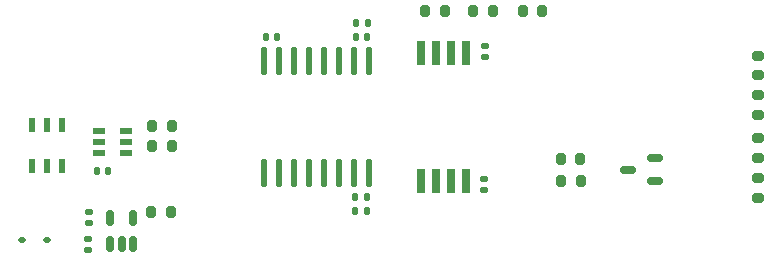
<source format=gtp>
%TF.GenerationSoftware,KiCad,Pcbnew,9.0.3*%
%TF.CreationDate,2025-12-31T10:25:08+01:00*%
%TF.ProjectId,REG1-App-OneWire,52454731-2d41-4707-902d-4f6e65576972,V01.10*%
%TF.SameCoordinates,Original*%
%TF.FileFunction,Paste,Top*%
%TF.FilePolarity,Positive*%
%FSLAX46Y46*%
G04 Gerber Fmt 4.6, Leading zero omitted, Abs format (unit mm)*
G04 Created by KiCad (PCBNEW 9.0.3) date 2025-12-31 10:25:08*
%MOMM*%
%LPD*%
G01*
G04 APERTURE LIST*
G04 Aperture macros list*
%AMRoundRect*
0 Rectangle with rounded corners*
0 $1 Rounding radius*
0 $2 $3 $4 $5 $6 $7 $8 $9 X,Y pos of 4 corners*
0 Add a 4 corners polygon primitive as box body*
4,1,4,$2,$3,$4,$5,$6,$7,$8,$9,$2,$3,0*
0 Add four circle primitives for the rounded corners*
1,1,$1+$1,$2,$3*
1,1,$1+$1,$4,$5*
1,1,$1+$1,$6,$7*
1,1,$1+$1,$8,$9*
0 Add four rect primitives between the rounded corners*
20,1,$1+$1,$2,$3,$4,$5,0*
20,1,$1+$1,$4,$5,$6,$7,0*
20,1,$1+$1,$6,$7,$8,$9,0*
20,1,$1+$1,$8,$9,$2,$3,0*%
G04 Aperture macros list end*
%ADD10RoundRect,0.140000X-0.140000X-0.170000X0.140000X-0.170000X0.140000X0.170000X-0.140000X0.170000X0*%
%ADD11R,0.609600X1.200000*%
%ADD12RoundRect,0.200000X-0.275000X0.200000X-0.275000X-0.200000X0.275000X-0.200000X0.275000X0.200000X0*%
%ADD13RoundRect,0.200000X0.200000X0.275000X-0.200000X0.275000X-0.200000X-0.275000X0.200000X-0.275000X0*%
%ADD14RoundRect,0.140000X0.140000X0.170000X-0.140000X0.170000X-0.140000X-0.170000X0.140000X-0.170000X0*%
%ADD15RoundRect,0.200000X-0.200000X-0.275000X0.200000X-0.275000X0.200000X0.275000X-0.200000X0.275000X0*%
%ADD16RoundRect,0.140000X-0.170000X0.140000X-0.170000X-0.140000X0.170000X-0.140000X0.170000X0.140000X0*%
%ADD17RoundRect,0.112500X-0.187500X-0.112500X0.187500X-0.112500X0.187500X0.112500X-0.187500X0.112500X0*%
%ADD18RoundRect,0.150000X0.512500X0.150000X-0.512500X0.150000X-0.512500X-0.150000X0.512500X-0.150000X0*%
%ADD19R,1.072000X0.532000*%
%ADD20RoundRect,0.140000X0.170000X-0.140000X0.170000X0.140000X-0.170000X0.140000X-0.170000X-0.140000X0*%
%ADD21RoundRect,0.150000X0.150000X-0.512500X0.150000X0.512500X-0.150000X0.512500X-0.150000X-0.512500X0*%
%ADD22O,0.574000X2.400500*%
%ADD23R,0.700000X2.000000*%
G04 APERTURE END LIST*
D10*
%TO.C,C7*%
X108950000Y-113600000D03*
X109910000Y-113600000D03*
%TD*%
D11*
%TO.C,D1*%
X81580000Y-109800300D03*
X82850000Y-109800300D03*
X84120000Y-109800300D03*
X84120000Y-106345900D03*
X82850000Y-106345900D03*
X81580000Y-106345900D03*
%TD*%
D12*
%TO.C,R4*%
X143070000Y-100490000D03*
X143070000Y-102140000D03*
%TD*%
D13*
%TO.C,R10*%
X128040000Y-111070000D03*
X126390000Y-111070000D03*
%TD*%
D14*
%TO.C,C4*%
X109980000Y-98940000D03*
X109020000Y-98940000D03*
%TD*%
D13*
%TO.C,R5*%
X93415000Y-108120000D03*
X91765000Y-108120000D03*
%TD*%
D14*
%TO.C,C1*%
X88031800Y-110270000D03*
X87071800Y-110270000D03*
%TD*%
%TO.C,C5*%
X110000000Y-97730000D03*
X109040000Y-97730000D03*
%TD*%
%TO.C,C10*%
X102350000Y-98940000D03*
X101390000Y-98940000D03*
%TD*%
D13*
%TO.C,R9*%
X128015000Y-109190000D03*
X126365000Y-109190000D03*
%TD*%
%TO.C,R6*%
X93415000Y-106400000D03*
X91765000Y-106400000D03*
%TD*%
D12*
%TO.C,R7*%
X143060000Y-103850000D03*
X143060000Y-105500000D03*
%TD*%
D13*
%TO.C,R1*%
X116540000Y-96730000D03*
X114890000Y-96730000D03*
%TD*%
D15*
%TO.C,R12*%
X124795000Y-96730000D03*
X123145000Y-96730000D03*
%TD*%
D16*
%TO.C,C3*%
X86370000Y-113710000D03*
X86370000Y-114670000D03*
%TD*%
D17*
%TO.C,D2*%
X80752500Y-116110000D03*
X82852500Y-116110000D03*
%TD*%
D18*
%TO.C,D4*%
X134290000Y-111080000D03*
X134290000Y-109180000D03*
X132015000Y-110130000D03*
%TD*%
D13*
%TO.C,R11*%
X118950000Y-96730000D03*
X120600000Y-96730000D03*
%TD*%
D19*
%TO.C,U3*%
X89550000Y-108750000D03*
X89550000Y-107800000D03*
X89550000Y-106850000D03*
X87251800Y-106850000D03*
X87251800Y-107800000D03*
X87251800Y-108750000D03*
%TD*%
D20*
%TO.C,C2*%
X86360000Y-116975000D03*
X86360000Y-116015000D03*
%TD*%
D21*
%TO.C,U2*%
X88230000Y-116465000D03*
X89180000Y-116465000D03*
X90130000Y-116465000D03*
X90130000Y-114190000D03*
X88230000Y-114190000D03*
%TD*%
D20*
%TO.C,C9*%
X119860000Y-111880000D03*
X119860000Y-110920000D03*
%TD*%
D15*
%TO.C,R3*%
X91665000Y-113740000D03*
X93315000Y-113740000D03*
%TD*%
D12*
%TO.C,R2*%
X143060000Y-107470000D03*
X143060000Y-109120000D03*
%TD*%
D22*
%TO.C,U4*%
X110089900Y-100929400D03*
X108819900Y-100929400D03*
X107549900Y-100929400D03*
X106279900Y-100929400D03*
X105009900Y-100929400D03*
X103739900Y-100929400D03*
X102469900Y-100929400D03*
X101199900Y-100929400D03*
X101199900Y-110430100D03*
X102469900Y-110430100D03*
X103739900Y-110430100D03*
X105009900Y-110430100D03*
X106279900Y-110430100D03*
X107549900Y-110430100D03*
X108819900Y-110430100D03*
X110089900Y-110430100D03*
%TD*%
D10*
%TO.C,C6*%
X108960000Y-112450000D03*
X109920000Y-112450000D03*
%TD*%
D16*
%TO.C,C8*%
X119980000Y-99620000D03*
X119980000Y-100580000D03*
%TD*%
D23*
%TO.C,U5*%
X118310000Y-100229600D03*
X117040000Y-100229600D03*
X115770000Y-100229600D03*
X114500000Y-100229600D03*
X114500000Y-111129800D03*
X115770000Y-111129800D03*
X117040000Y-111129800D03*
X118310000Y-111129800D03*
%TD*%
D12*
%TO.C,R8*%
X143060000Y-110850000D03*
X143060000Y-112500000D03*
%TD*%
M02*

</source>
